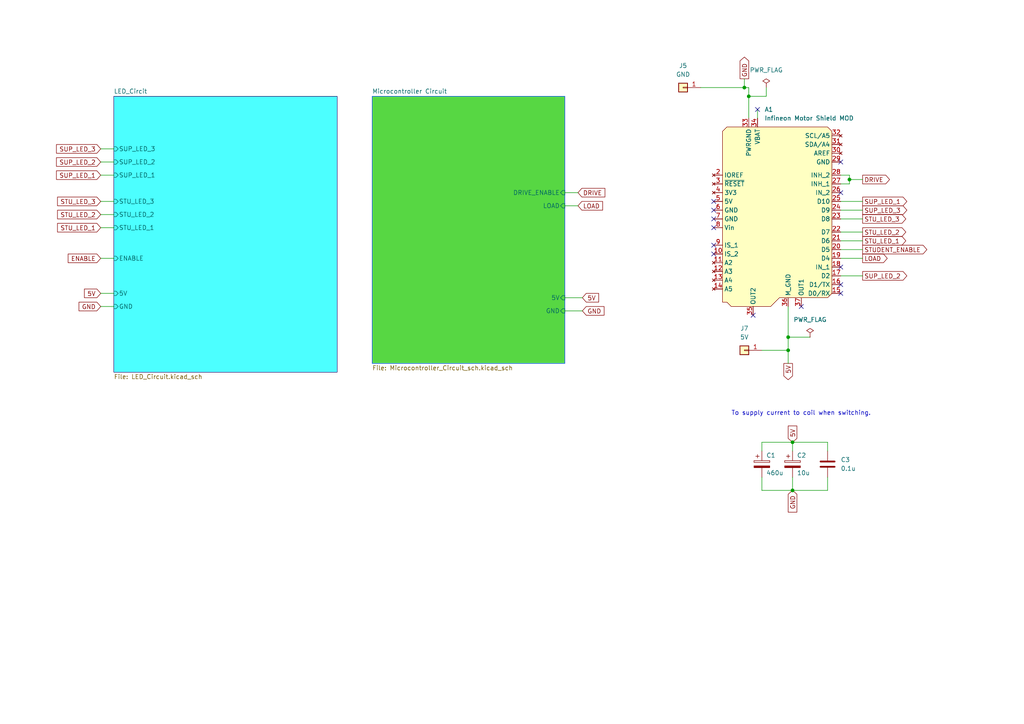
<source format=kicad_sch>
(kicad_sch (version 20211123) (generator eeschema)
  (paper "A4")
  (lib_symbols
    (symbol "000_Modules_Immo:Infineon Motor Shield MOD"
      (property "Reference" "A" (at 20.32 34.29 0))
      (property "Value" "Infineon Motor Shield MOD" (at 20.32 33.02 0))
      (symbol "Infineon Motor Shield MOD_0_1"
        (polyline (pts (xy -17.78 26.67) (xy -17.78 -22.86) (xy -16.51 -22.86) (xy -15.24 -24.13) (xy -3.81 -24.13) (xy -1.27 -21.59) (xy 12.7 -21.59) (xy 13.97 -20.32) (xy 13.97 26.67) (xy 12.7 27.94) (xy -16.51 27.94) (xy -17.78 26.67)) (fill (type background)))
      )
      (symbol "Infineon Motor Shield MOD_1_1"
        (pin no_connect line (at -20.32 16.51 0) (length 2.54) hide (name "NC") (number "1"))
        (pin input line (at -20.32 -8.89 0) (length 2.54) (name "IS_2") (number "10"))
        (pin no_connect line (at -20.32 -11.43 0) (length 2.54) (name "A2") (number "11"))
        (pin no_connect line (at -20.32 -13.97 0) (length 2.54) (name "A3") (number "12"))
        (pin no_connect line (at -20.32 -16.51 0) (length 2.54) (name "A4") (number "13"))
        (pin no_connect line (at -20.32 -19.05 0) (length 2.54) (name "A5") (number "14"))
        (pin bidirectional line (at 16.51 -20.32 180) (length 2.54) (name "D0/RX") (number "15"))
        (pin bidirectional line (at 16.51 -17.78 180) (length 2.54) (name "D1/TX") (number "16"))
        (pin bidirectional line (at 16.51 -15.24 180) (length 2.54) (name "D2") (number "17"))
        (pin bidirectional line (at 16.51 -12.7 180) (length 2.54) (name "IN_1") (number "18"))
        (pin bidirectional line (at 16.51 -10.16 180) (length 2.54) (name "D4") (number "19"))
        (pin no_connect line (at -20.32 13.97 0) (length 2.54) (name "IOREF") (number "2"))
        (pin bidirectional line (at 16.51 -7.62 180) (length 2.54) (name "D5") (number "20"))
        (pin bidirectional line (at 16.51 -5.08 180) (length 2.54) (name "D6") (number "21"))
        (pin bidirectional line (at 16.51 -2.54 180) (length 2.54) (name "D7") (number "22"))
        (pin bidirectional line (at 16.51 1.27 180) (length 2.54) (name "D8") (number "23"))
        (pin bidirectional line (at 16.51 3.81 180) (length 2.54) (name "D9") (number "24"))
        (pin bidirectional line (at 16.51 6.35 180) (length 2.54) (name "D10") (number "25"))
        (pin input line (at 16.51 8.89 180) (length 2.54) (name "IN_2") (number "26"))
        (pin input line (at 16.51 11.43 180) (length 2.54) (name "INH_1") (number "27"))
        (pin input line (at 16.51 13.97 180) (length 2.54) (name "INH_2") (number "28"))
        (pin power_in line (at 16.51 17.78 180) (length 2.54) (name "GND") (number "29"))
        (pin no_connect line (at -20.32 11.43 0) (length 2.54) (name "~{RESET}") (number "3"))
        (pin no_connect line (at 16.51 20.32 180) (length 2.54) (name "AREF") (number "30"))
        (pin no_connect line (at 16.51 22.86 180) (length 2.54) (name "SDA/A4") (number "31"))
        (pin no_connect line (at 16.51 25.4 180) (length 2.54) (name "SCL/A5") (number "32"))
        (pin power_in line (at -10.16 30.48 270) (length 2.54) (name "PWRGND") (number "33"))
        (pin power_in line (at -7.62 30.48 270) (length 2.54) (name "VBAT") (number "34"))
        (pin output line (at -8.89 -26.67 90) (length 2.54) (name "OUT2") (number "35"))
        (pin power_in line (at 1.27 -24.13 90) (length 2.54) (name "M_GND") (number "36"))
        (pin output line (at 5.08 -24.13 90) (length 2.54) (name "OUT1") (number "37"))
        (pin no_connect line (at -20.32 8.89 0) (length 2.54) (name "3V3") (number "4"))
        (pin input line (at -20.32 6.35 0) (length 2.54) (name "5V") (number "5"))
        (pin power_in line (at -20.32 3.81 0) (length 2.54) (name "GND") (number "6"))
        (pin power_in line (at -20.32 1.27 0) (length 2.54) (name "GND") (number "7"))
        (pin input line (at -20.32 -1.27 0) (length 2.54) (name "Vin") (number "8"))
        (pin input line (at -20.32 -6.35 0) (length 2.54) (name "IS_1") (number "9"))
      )
    )
    (symbol "Connector_Generic:Conn_01x01" (pin_names (offset 1.016) hide)
      (property "Reference" "J" (at 0 2.54 0))
      (property "Value" "Conn_01x01" (at 0 -2.54 0))
      (symbol "Conn_01x01_1_1"
        (rectangle (start -1.27 0.127) (end 0 -0.127) (stroke (width 0.1524)))
        (rectangle (start -1.27 1.27) (end 1.27 -1.27) (stroke (width 0.254)) (fill (type background)))
        (pin passive line (at -5.08 0 0) (length 3.81) (name "Pin_1") (number "1"))
      )
    )
    (symbol "Device:C" (pin_numbers hide) (pin_names (offset 0.254))
      (property "Reference" "C" (at 0.635 2.54 0))
      (property "Value" "C" (at 0.635 -2.54 0))
      (symbol "C_0_1"
        (polyline (pts (xy -2.032 -0.762) (xy 2.032 -0.762)) (stroke (width 0.508)))
        (polyline (pts (xy -2.032 0.762) (xy 2.032 0.762)) (stroke (width 0.508)))
      )
      (symbol "C_1_1"
        (pin passive line (at 0 3.81 270) (length 2.794) (name "~") (number "1"))
        (pin passive line (at 0 -3.81 90) (length 2.794) (name "~") (number "2"))
      )
    )
    (symbol "Device:C_Polarized" (pin_numbers hide) (pin_names (offset 0.254))
      (property "Reference" "C" (at 0.635 2.54 0))
      (property "Value" "C_Polarized" (at 0.635 -2.54 0))
      (symbol "C_Polarized_0_1"
        (rectangle (start -2.286 0.508) (end 2.286 1.016))
        (polyline (pts (xy -1.778 2.286) (xy -0.762 2.286)))
        (polyline (pts (xy -1.27 2.794) (xy -1.27 1.778)))
        (rectangle (start 2.286 -0.508) (end -2.286 -1.016) (fill (type outline)))
      )
      (symbol "C_Polarized_1_1"
        (pin passive line (at 0 3.81 270) (length 2.794) (name "~") (number "1"))
        (pin passive line (at 0 -3.81 90) (length 2.794) (name "~") (number "2"))
      )
    )
    (symbol "power:PWR_FLAG" (power) (pin_numbers hide) (pin_names (offset 0) hide)
      (property "Value" "PWR_FLAG" (at 0 3.81 0))
      (symbol "PWR_FLAG_0_0"
        (pin power_out line (at 0 0 90) (length 0) (name "pwr") (number "1"))
      )
      (symbol "PWR_FLAG_0_1"
        (polyline (pts (xy 0 0) (xy 0 1.27) (xy -1.016 1.905) (xy 0 2.54) (xy 1.016 1.905) (xy 0 1.27)))
      )
    )
  )
  (junction (at 246.38 52.07))
  (junction (at 217.17 27.94))
  (junction (at 215.9 25.4))
  (junction (at 229.87 142.24))
  (junction (at 229.87 128.27))
  (junction (at 228.6 101.6))
  (junction (at 228.6 97.79))
  (no_connect (at 243.84 55.88))
  (no_connect (at 243.84 46.99))
  (no_connect (at 207.01 66.04))
  (no_connect (at 207.01 60.96))
  (no_connect (at 207.01 58.42))
  (no_connect (at 207.01 71.12))
  (no_connect (at 207.01 73.66))
  (no_connect (at 243.84 82.55))
  (no_connect (at 243.84 85.09))
  (no_connect (at 243.84 77.47))
  (no_connect (at 207.01 63.5))
  (no_connect (at 219.71 31.75))
  (no_connect (at 232.41 88.9))
  (no_connect (at 218.44 91.44))
  (wire (pts (xy 228.6 97.79) (xy 234.95 97.79)))
  (wire (pts (xy 163.83 90.17) (xy 168.91 90.17)))
  (wire (pts (xy 243.84 69.85) (xy 250.19 69.85)))
  (wire (pts (xy 246.38 52.07) (xy 250.19 52.07)))
  (wire (pts (xy 228.6 97.79) (xy 228.6 88.9)))
  (wire (pts (xy 217.17 27.94) (xy 217.17 34.29)))
  (wire (pts (xy 240.03 130.81) (xy 240.03 128.27)))
  (wire (pts (xy 222.25 25.4) (xy 222.25 27.94)))
  (wire (pts (xy 243.84 74.93) (xy 250.19 74.93)))
  (wire (pts (xy 163.83 55.88) (xy 167.64 55.88)))
  (wire (pts (xy 240.03 138.43) (xy 240.03 142.24)))
  (wire (pts (xy 246.38 50.8) (xy 246.38 52.07)))
  (wire (pts (xy 243.84 67.31) (xy 250.19 67.31)))
  (wire (pts (xy 243.84 50.8) (xy 246.38 50.8)))
  (wire (pts (xy 228.6 101.6) (xy 228.6 97.79)))
  (wire (pts (xy 246.38 52.07) (xy 246.38 53.34)))
  (wire (pts (xy 203.2 25.4) (xy 215.9 25.4)))
  (wire (pts (xy 220.98 128.27) (xy 229.87 128.27)))
  (wire (pts (xy 217.17 27.94) (xy 222.25 27.94)))
  (wire (pts (xy 215.9 22.86) (xy 215.9 25.4)))
  (wire (pts (xy 29.21 46.99) (xy 33.02 46.99)))
  (wire (pts (xy 243.84 60.96) (xy 250.19 60.96)))
  (wire (pts (xy 220.98 142.24) (xy 229.87 142.24)))
  (wire (pts (xy 229.87 128.27) (xy 229.87 130.81)))
  (wire (pts (xy 229.87 142.24) (xy 240.03 142.24)))
  (wire (pts (xy 243.84 58.42) (xy 250.19 58.42)))
  (wire (pts (xy 219.71 31.75) (xy 219.71 34.29)))
  (wire (pts (xy 243.84 53.34) (xy 246.38 53.34)))
  (wire (pts (xy 240.03 128.27) (xy 229.87 128.27)))
  (wire (pts (xy 29.21 50.8) (xy 33.02 50.8)))
  (wire (pts (xy 220.98 138.43) (xy 220.98 142.24)))
  (wire (pts (xy 29.21 43.18) (xy 33.02 43.18)))
  (wire (pts (xy 217.17 25.4) (xy 217.17 27.94)))
  (wire (pts (xy 229.87 138.43) (xy 229.87 142.24)))
  (wire (pts (xy 29.21 66.04) (xy 33.02 66.04)))
  (wire (pts (xy 29.21 74.93) (xy 33.02 74.93)))
  (wire (pts (xy 29.21 62.23) (xy 33.02 62.23)))
  (wire (pts (xy 243.84 72.39) (xy 250.19 72.39)))
  (wire (pts (xy 220.98 130.81) (xy 220.98 128.27)))
  (wire (pts (xy 163.83 59.69) (xy 167.64 59.69)))
  (wire (pts (xy 29.21 58.42) (xy 33.02 58.42)))
  (wire (pts (xy 215.9 25.4) (xy 217.17 25.4)))
  (wire (pts (xy 163.83 86.36) (xy 168.91 86.36)))
  (wire (pts (xy 29.21 88.9) (xy 33.02 88.9)))
  (wire (pts (xy 243.84 80.01) (xy 250.19 80.01)))
  (wire (pts (xy 228.6 101.6) (xy 228.6 105.41)))
  (wire (pts (xy 243.84 63.5) (xy 250.19 63.5)))
  (wire (pts (xy 220.98 101.6) (xy 228.6 101.6)))
  (wire (pts (xy 29.21 85.09) (xy 33.02 85.09)))
  (text "To supply current to coil when switching." (at 212.09 120.65 0) (effects (font (size 1.27 1.27)) (justify left bottom)))
  (global_label "GND" (shape input) (at 229.87 142.24 270) (property "Intersheet References" "${INTERSHEET_REFS}" (effects hide)))
  (global_label "5V" (shape output) (at 228.6 105.41 270) (property "Intersheet References" "${INTERSHEET_REFS}" (effects hide)))
  (global_label "STU_LED_2" (shape output) (at 250.19 67.31 0) (property "Intersheet References" "${INTERSHEET_REFS}" (effects hide)))
  (global_label "GND" (shape output) (at 215.9 22.86 90) (property "Intersheet References" "${INTERSHEET_REFS}" (effects hide)))
  (global_label "LOAD" (shape input) (at 167.64 59.69 0) (property "Intersheet References" "${INTERSHEET_REFS}" (effects hide)))
  (global_label "SUP_LED_1" (shape output) (at 250.19 58.42 0) (property "Intersheet References" "${INTERSHEET_REFS}" (effects hide)))
  (global_label "5V" (shape input) (at 168.91 86.36 0) (property "Intersheet References" "${INTERSHEET_REFS}" (effects hide)))
  (global_label "STU_LED_3" (shape output) (at 250.19 63.5 0) (property "Intersheet References" "${INTERSHEET_REFS}" (effects hide)))
  (global_label "GND" (shape input) (at 168.91 90.17 0) (property "Intersheet References" "${INTERSHEET_REFS}" (effects hide)))
  (global_label "DRIVE" (shape output) (at 250.19 52.07 0) (property "Intersheet References" "${INTERSHEET_REFS}" (effects hide)))
  (global_label "GND" (shape input) (at 29.21 88.9 180) (property "Intersheet References" "${INTERSHEET_REFS}" (effects hide)))
  (global_label "SUP_LED_3" (shape input) (at 29.21 43.18 180) (property "Intersheet References" "${INTERSHEET_REFS}" (effects hide)))
  (global_label "LOAD" (shape output) (at 250.19 74.93 0) (property "Intersheet References" "${INTERSHEET_REFS}" (effects hide)))
  (global_label "SUP_LED_2" (shape output) (at 250.19 80.01 0) (property "Intersheet References" "${INTERSHEET_REFS}" (effects hide)))
  (global_label "SUP_LED_3" (shape output) (at 250.19 60.96 0) (property "Intersheet References" "${INTERSHEET_REFS}" (effects hide)))
  (global_label "ENABLE" (shape input) (at 29.21 74.93 180) (property "Intersheet References" "${INTERSHEET_REFS}" (effects hide)))
  (global_label "SUP_LED_2" (shape input) (at 29.21 46.99 180) (property "Intersheet References" "${INTERSHEET_REFS}" (effects hide)))
  (global_label "STU_LED_2" (shape input) (at 29.21 62.23 180) (property "Intersheet References" "${INTERSHEET_REFS}" (effects hide)))
  (global_label "STUDENT_ENABLE" (shape output) (at 250.19 72.39 0) (property "Intersheet References" "${INTERSHEET_REFS}" (effects hide)))
  (global_label "STU_LED_1" (shape output) (at 250.19 69.85 0) (property "Intersheet References" "${INTERSHEET_REFS}" (effects hide)))
  (global_label "STU_LED_3" (shape input) (at 29.21 58.42 180) (property "Intersheet References" "${INTERSHEET_REFS}" (effects hide)))
  (global_label "STU_LED_1" (shape input) (at 29.21 66.04 180) (property "Intersheet References" "${INTERSHEET_REFS}" (effects hide)))
  (global_label "5V" (shape input) (at 229.87 128.27 90) (property "Intersheet References" "${INTERSHEET_REFS}" (effects hide)))
  (global_label "5V" (shape input) (at 29.21 85.09 180) (property "Intersheet References" "${INTERSHEET_REFS}" (effects hide)))
  (global_label "SUP_LED_1" (shape input) (at 29.21 50.8 180) (property "Intersheet References" "${INTERSHEET_REFS}" (effects hide)))
  (global_label "DRIVE" (shape input) (at 167.64 55.88 0) (property "Intersheet References" "${INTERSHEET_REFS}" (effects hide)))
  (symbol (lib_id "Connector_Generic:Conn_01x01") (at 198.12 25.4 0) (mirror y) (unit 1)
    (property "Reference" "J5" (at 198.12 19.05 0))
    (property "Value" "GND" (at 198.12 21.59 0))
    (property "Footprint" "Connector_Pin:Pin_D1.3mm_L11.0mm" (effects hide))
  )
  (symbol (lib_id "Connector_Generic:Conn_01x01") (at 215.9 101.6 0) (mirror y) (unit 1)
    (property "Reference" "J7" (at 215.9 95.25 0))
    (property "Value" "5V" (at 215.9 97.79 0))
    (property "Footprint" "Connector_Pin:Pin_D1.3mm_L11.0mm" (effects hide))
  )
  (symbol (lib_id "Device:C_Polarized") (at 229.87 134.62 0) (unit 1)
    (property "Reference" "C2" (at 231.14 132.08 0) (effects (justify left)))
    (property "Value" "10u" (at 231.14 137.16 0) (effects (justify left)))
    (property "Footprint" "Capacitor_SMD:C_0805_2012Metric_Pad1.18x1.45mm_HandSolder" (effects hide))
  )
  (symbol (lib_id "power:PWR_FLAG") (at 234.95 97.79 0) (unit 1)
    (property "Reference" "#FLG0102" (effects hide))
    (property "Value" "PWR_FLAG" (at 234.95 92.71 0))
  )
  (symbol (lib_id "power:PWR_FLAG") (at 222.25 25.4 0) (unit 1)
    (property "Reference" "#FLG0101" (effects hide))
    (property "Value" "PWR_FLAG" (at 222.25 20.32 0))
  )
  (symbol (lib_id "Device:C_Polarized") (at 220.98 134.62 0) (unit 1)
    (property "Reference" "C1" (at 222.25 132.08 0) (effects (justify left)))
    (property "Value" "460u" (at 222.25 137.16 0) (effects (justify left)))
    (property "Footprint" "Capacitor_SMD:C_0805_2012Metric_Pad1.18x1.45mm_HandSolder" (effects hide))
  )
  (symbol (lib_id "Device:C") (at 240.03 134.62 0) (unit 1)
    (property "Reference" "C3" (at 243.84 133.3499 0) (effects (justify left)))
    (property "Value" "0.1u" (at 243.84 135.8899 0) (effects (justify left)))
    (property "Footprint" "Capacitor_SMD:C_0805_2012Metric_Pad1.18x1.45mm_HandSolder" (effects hide))
  )
  (symbol (lib_id "000_Modules_Immo:Infineon Motor Shield MOD") (at 227.33 64.77 0) (unit 1)
    (property "Reference" "A1" (at 221.7294 31.75 0) (effects (justify left)))
    (property "Value" "Infineon Motor Shield MOD" (at 221.7294 34.29 0) (effects (justify left)))
    (property "Footprint" "Audio_Module:Infineon Motor Sheild hiddenPins" (effects hide))
    (property "Datasheet" "https://docs.rs-online.com/91cb/0900766b81490d99.pdf" (effects hide))
  )
  (sheet (at 33.02 27.94) (size 64.77 80.01) (stroke (width 0.1524) (color 36 6 99 1)) (fill (color 76 255 255 1.0000))
    (property "Sheet name" "LED_Circit" (at 33.02 27.2284 0) (effects (justify left bottom)))
    (property "Sheet file" "LED_Circuit.kicad_sch" (at 33.02 108.5346 0) (effects (justify left top)))
    (pin "GND" input (at 33.02 88.9 180))
    (pin "5V" input (at 33.02 85.09 180))
    (pin "ENABLE" input (at 33.02 74.93 180))
    (pin "STU_LED_1" input (at 33.02 66.04 180))
    (pin "STU_LED_2" input (at 33.02 62.23 180))
    (pin "SUP_LED_1" input (at 33.02 50.8 180))
    (pin "SUP_LED_2" input (at 33.02 46.99 180))
    (pin "SUP_LED_3" input (at 33.02 43.18 180))
    (pin "STU_LED_3" input (at 33.02 58.42 180))
  )
  (sheet (at 107.95 27.94) (size 55.88 77.47) (stroke (width 0.1524) (color 0 70 255 1)) (fill (color 87 215 67 1.0000))
    (property "Sheet name" "Microcontroller Circuit" (at 107.95 27.2284 0) (effects (justify left bottom)))
    (property "Sheet file" "Microcontroller_Circuit_sch.kicad_sch" (at 107.95 105.9946 0) (effects (justify left top)))
    (pin "5V" input (at 163.83 86.36 0))
    (pin "GND" input (at 163.83 90.17 0))
    (pin "LOAD" input (at 163.83 59.69 0))
    (pin "DRIVE_ENABLE" input (at 163.83 55.88 0))
  )
)
</source>
